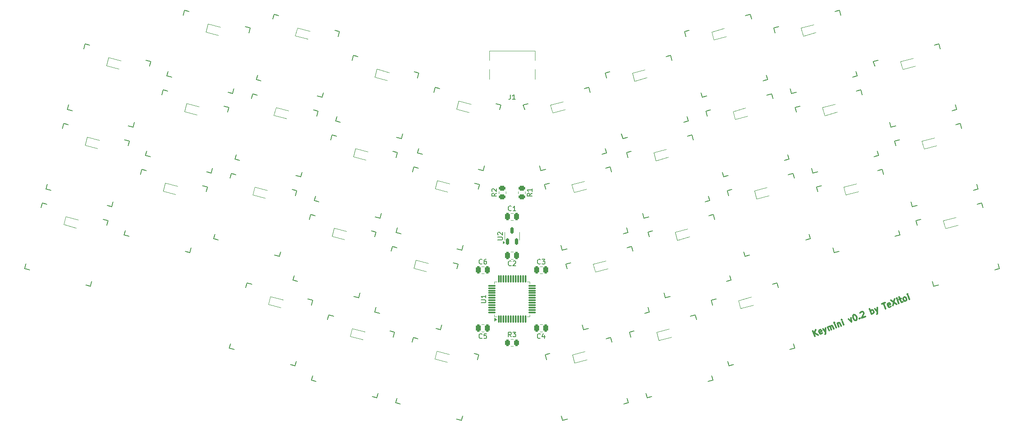
<source format=gto>
G04 #@! TF.GenerationSoftware,KiCad,Pcbnew,8.0.6+1*
G04 #@! TF.CreationDate,2024-12-07T22:08:21+01:00*
G04 #@! TF.ProjectId,keymini,6b65796d-696e-4692-9e6b-696361645f70,rev?*
G04 #@! TF.SameCoordinates,Original*
G04 #@! TF.FileFunction,Legend,Top*
G04 #@! TF.FilePolarity,Positive*
%FSLAX46Y46*%
G04 Gerber Fmt 4.6, Leading zero omitted, Abs format (unit mm)*
G04 Created by KiCad (PCBNEW 8.0.6+1) date 2024-12-07 22:08:21*
%MOMM*%
%LPD*%
G01*
G04 APERTURE LIST*
G04 Aperture macros list*
%AMRoundRect*
0 Rectangle with rounded corners*
0 $1 Rounding radius*
0 $2 $3 $4 $5 $6 $7 $8 $9 X,Y pos of 4 corners*
0 Add a 4 corners polygon primitive as box body*
4,1,4,$2,$3,$4,$5,$6,$7,$8,$9,$2,$3,0*
0 Add four circle primitives for the rounded corners*
1,1,$1+$1,$2,$3*
1,1,$1+$1,$4,$5*
1,1,$1+$1,$6,$7*
1,1,$1+$1,$8,$9*
0 Add four rect primitives between the rounded corners*
20,1,$1+$1,$2,$3,$4,$5,0*
20,1,$1+$1,$4,$5,$6,$7,0*
20,1,$1+$1,$6,$7,$8,$9,0*
20,1,$1+$1,$8,$9,$2,$3,0*%
G04 Aperture macros list end*
%ADD10C,0.300000*%
%ADD11C,0.150000*%
%ADD12C,0.120000*%
%ADD13RoundRect,0.250000X0.250000X0.475000X-0.250000X0.475000X-0.250000X-0.475000X0.250000X-0.475000X0*%
%ADD14C,1.701800*%
%ADD15C,3.429000*%
%ADD16C,2.032000*%
%ADD17RoundRect,0.112500X-0.210228X-0.060138X0.151994X-0.157195X0.210228X0.060138X-0.151994X0.157195X0*%
%ADD18RoundRect,0.112500X-0.151994X-0.157195X0.210228X-0.060138X0.151994X0.157195X-0.210228X0.060138X0*%
%ADD19RoundRect,0.250000X-0.250000X-0.475000X0.250000X-0.475000X0.250000X0.475000X-0.250000X0.475000X0*%
%ADD20RoundRect,0.250000X0.450000X-0.262500X0.450000X0.262500X-0.450000X0.262500X-0.450000X-0.262500X0*%
%ADD21RoundRect,0.075000X0.075000X-0.662500X0.075000X0.662500X-0.075000X0.662500X-0.075000X-0.662500X0*%
%ADD22RoundRect,0.075000X0.662500X-0.075000X0.662500X0.075000X-0.662500X0.075000X-0.662500X-0.075000X0*%
%ADD23RoundRect,0.250000X-0.450000X0.262500X-0.450000X-0.262500X0.450000X-0.262500X0.450000X0.262500X0*%
%ADD24RoundRect,0.250000X-0.262500X-0.450000X0.262500X-0.450000X0.262500X0.450000X-0.262500X0.450000X0*%
%ADD25C,0.650000*%
%ADD26R,0.600000X1.450000*%
%ADD27R,0.300000X1.450000*%
%ADD28O,1.000000X2.100000*%
%ADD29O,1.000000X1.600000*%
%ADD30RoundRect,0.150000X0.150000X-0.512500X0.150000X0.512500X-0.150000X0.512500X-0.150000X-0.512500X0*%
G04 APERTURE END LIST*
D10*
X212390842Y-88672886D02*
X211954160Y-87555162D01*
X213029542Y-88423354D02*
X212300984Y-87971803D01*
X212592860Y-87305629D02*
X212203693Y-88193861D01*
X213913572Y-88016625D02*
X213827917Y-88111438D01*
X213827917Y-88111438D02*
X213615017Y-88194616D01*
X213615017Y-88194616D02*
X213487773Y-88182980D01*
X213487773Y-88182980D02*
X213392959Y-88097324D01*
X213392959Y-88097324D02*
X213226604Y-87671524D01*
X213226604Y-87671524D02*
X213238240Y-87544280D01*
X213238240Y-87544280D02*
X213323896Y-87449466D01*
X213323896Y-87449466D02*
X213536796Y-87366288D01*
X213536796Y-87366288D02*
X213664040Y-87377925D01*
X213664040Y-87377925D02*
X213758854Y-87463580D01*
X213758854Y-87463580D02*
X213800442Y-87570030D01*
X213800442Y-87570030D02*
X213309781Y-87884424D01*
X214069045Y-87158345D02*
X214626291Y-87799523D01*
X214601295Y-86950401D02*
X214626291Y-87799523D01*
X214626291Y-87799523D02*
X214623813Y-88107237D01*
X214623813Y-88107237D02*
X214591383Y-88181256D01*
X214591383Y-88181256D02*
X214505727Y-88276070D01*
X215318217Y-87529196D02*
X215027095Y-86784046D01*
X215068684Y-86890496D02*
X215101115Y-86816476D01*
X215101115Y-86816476D02*
X215186770Y-86721663D01*
X215186770Y-86721663D02*
X215346445Y-86659280D01*
X215346445Y-86659280D02*
X215473690Y-86670916D01*
X215473690Y-86670916D02*
X215568503Y-86756571D01*
X215568503Y-86756571D02*
X215797242Y-87342046D01*
X215568503Y-86756571D02*
X215580140Y-86629327D01*
X215580140Y-86629327D02*
X215665795Y-86534513D01*
X215665795Y-86534513D02*
X215825470Y-86472130D01*
X215825470Y-86472130D02*
X215952715Y-86483766D01*
X215952715Y-86483766D02*
X216047528Y-86569422D01*
X216047528Y-86569422D02*
X216276266Y-87154897D01*
X216808516Y-86946953D02*
X216517395Y-86201803D01*
X216371835Y-85829228D02*
X216339404Y-85903248D01*
X216339404Y-85903248D02*
X216413423Y-85935678D01*
X216413423Y-85935678D02*
X216445854Y-85861659D01*
X216445854Y-85861659D02*
X216371835Y-85829228D01*
X216371835Y-85829228D02*
X216413423Y-85935678D01*
X217049645Y-85993859D02*
X217340767Y-86739009D01*
X217091234Y-86100309D02*
X217123665Y-86026290D01*
X217123665Y-86026290D02*
X217209320Y-85931476D01*
X217209320Y-85931476D02*
X217368995Y-85869093D01*
X217368995Y-85869093D02*
X217496240Y-85880729D01*
X217496240Y-85880729D02*
X217591054Y-85966385D01*
X217591054Y-85966385D02*
X217819792Y-86551860D01*
X218352041Y-86343916D02*
X218060920Y-85598766D01*
X217915359Y-85226191D02*
X217882929Y-85300211D01*
X217882929Y-85300211D02*
X217956948Y-85332641D01*
X217956948Y-85332641D02*
X217989379Y-85258622D01*
X217989379Y-85258622D02*
X217915359Y-85226191D01*
X217915359Y-85226191D02*
X217956948Y-85332641D01*
X219338321Y-85099701D02*
X219895567Y-85740879D01*
X219895567Y-85740879D02*
X219870571Y-84891757D01*
X220363710Y-84269650D02*
X220470160Y-84228061D01*
X220470160Y-84228061D02*
X220597405Y-84239697D01*
X220597405Y-84239697D02*
X220671424Y-84272128D01*
X220671424Y-84272128D02*
X220766238Y-84357783D01*
X220766238Y-84357783D02*
X220902640Y-84549889D01*
X220902640Y-84549889D02*
X221006612Y-84816014D01*
X221006612Y-84816014D02*
X221036565Y-85049708D01*
X221036565Y-85049708D02*
X221024928Y-85176953D01*
X221024928Y-85176953D02*
X220992498Y-85250972D01*
X220992498Y-85250972D02*
X220906842Y-85345786D01*
X220906842Y-85345786D02*
X220800392Y-85387375D01*
X220800392Y-85387375D02*
X220673148Y-85375738D01*
X220673148Y-85375738D02*
X220599128Y-85343308D01*
X220599128Y-85343308D02*
X220504315Y-85257652D01*
X220504315Y-85257652D02*
X220367912Y-85065547D01*
X220367912Y-85065547D02*
X220263940Y-84799422D01*
X220263940Y-84799422D02*
X220233988Y-84565727D01*
X220233988Y-84565727D02*
X220245624Y-84438483D01*
X220245624Y-84438483D02*
X220278055Y-84364463D01*
X220278055Y-84364463D02*
X220363710Y-84269650D01*
X221610403Y-84948215D02*
X221684422Y-84980645D01*
X221684422Y-84980645D02*
X221651992Y-85054665D01*
X221651992Y-85054665D02*
X221577972Y-85022234D01*
X221577972Y-85022234D02*
X221610403Y-84948215D01*
X221610403Y-84948215D02*
X221651992Y-85054665D01*
X221735924Y-83856240D02*
X221768355Y-83782221D01*
X221768355Y-83782221D02*
X221854010Y-83687407D01*
X221854010Y-83687407D02*
X222120135Y-83583435D01*
X222120135Y-83583435D02*
X222247380Y-83595071D01*
X222247380Y-83595071D02*
X222321399Y-83627502D01*
X222321399Y-83627502D02*
X222416213Y-83713158D01*
X222416213Y-83713158D02*
X222457801Y-83819608D01*
X222457801Y-83819608D02*
X222466960Y-84000077D01*
X222466960Y-84000077D02*
X222077792Y-84888309D01*
X222077792Y-84888309D02*
X222769717Y-84617983D01*
X224100342Y-84098123D02*
X223663660Y-82980398D01*
X223830015Y-83406198D02*
X223915671Y-83311384D01*
X223915671Y-83311384D02*
X224128571Y-83228207D01*
X224128571Y-83228207D02*
X224255815Y-83239843D01*
X224255815Y-83239843D02*
X224329835Y-83272274D01*
X224329835Y-83272274D02*
X224424648Y-83357929D01*
X224424648Y-83357929D02*
X224549415Y-83677279D01*
X224549415Y-83677279D02*
X224537778Y-83804524D01*
X224537778Y-83804524D02*
X224505348Y-83878543D01*
X224505348Y-83878543D02*
X224419692Y-83973357D01*
X224419692Y-83973357D02*
X224206792Y-84056534D01*
X224206792Y-84056534D02*
X224079548Y-84044898D01*
X224714045Y-82999469D02*
X225271292Y-83640647D01*
X225246295Y-82791525D02*
X225271292Y-83640647D01*
X225271292Y-83640647D02*
X225268814Y-83948361D01*
X225268814Y-83948361D02*
X225236383Y-84022380D01*
X225236383Y-84022380D02*
X225150727Y-84117194D01*
X226218460Y-81982268D02*
X226857160Y-81732736D01*
X226974492Y-82975227D02*
X226537810Y-81857502D01*
X228071423Y-82485320D02*
X227985767Y-82580133D01*
X227985767Y-82580133D02*
X227772867Y-82663311D01*
X227772867Y-82663311D02*
X227645623Y-82651675D01*
X227645623Y-82651675D02*
X227550809Y-82566019D01*
X227550809Y-82566019D02*
X227384454Y-82140219D01*
X227384454Y-82140219D02*
X227396090Y-82012975D01*
X227396090Y-82012975D02*
X227481746Y-81918161D01*
X227481746Y-81918161D02*
X227694646Y-81834984D01*
X227694646Y-81834984D02*
X227821890Y-81846620D01*
X227821890Y-81846620D02*
X227916704Y-81932275D01*
X227916704Y-81932275D02*
X227958293Y-82038725D01*
X227958293Y-82038725D02*
X227467632Y-82353119D01*
X228081335Y-81254465D02*
X229263167Y-82081069D01*
X228826485Y-80963344D02*
X228518017Y-82372190D01*
X229688967Y-81914714D02*
X229397845Y-81169564D01*
X229252285Y-80796989D02*
X229219854Y-80871008D01*
X229219854Y-80871008D02*
X229293873Y-80903439D01*
X229293873Y-80903439D02*
X229326304Y-80829419D01*
X229326304Y-80829419D02*
X229252285Y-80796989D01*
X229252285Y-80796989D02*
X229293873Y-80903439D01*
X229770421Y-81024003D02*
X230196221Y-80857648D01*
X229784535Y-80589045D02*
X230158834Y-81547095D01*
X230158834Y-81547095D02*
X230253647Y-81632750D01*
X230253647Y-81632750D02*
X230380892Y-81644387D01*
X230380892Y-81644387D02*
X230487342Y-81602798D01*
X231019592Y-81394854D02*
X230892347Y-81383218D01*
X230892347Y-81383218D02*
X230818328Y-81350787D01*
X230818328Y-81350787D02*
X230723514Y-81265132D01*
X230723514Y-81265132D02*
X230598748Y-80945782D01*
X230598748Y-80945782D02*
X230610384Y-80818537D01*
X230610384Y-80818537D02*
X230642815Y-80744518D01*
X230642815Y-80744518D02*
X230728470Y-80649704D01*
X230728470Y-80649704D02*
X230888145Y-80587321D01*
X230888145Y-80587321D02*
X231015390Y-80598957D01*
X231015390Y-80598957D02*
X231089409Y-80631388D01*
X231089409Y-80631388D02*
X231184223Y-80717044D01*
X231184223Y-80717044D02*
X231308989Y-81036394D01*
X231308989Y-81036394D02*
X231297353Y-81163638D01*
X231297353Y-81163638D02*
X231264922Y-81237657D01*
X231264922Y-81237657D02*
X231179267Y-81332471D01*
X231179267Y-81332471D02*
X231019592Y-81394854D01*
X231871191Y-81062144D02*
X231580070Y-80316994D01*
X231434509Y-79944419D02*
X231402079Y-80018439D01*
X231402079Y-80018439D02*
X231476098Y-80050869D01*
X231476098Y-80050869D02*
X231508529Y-79976850D01*
X231508529Y-79976850D02*
X231434509Y-79944419D01*
X231434509Y-79944419D02*
X231476098Y-80050869D01*
D11*
X149833333Y-74039580D02*
X149785714Y-74087200D01*
X149785714Y-74087200D02*
X149642857Y-74134819D01*
X149642857Y-74134819D02*
X149547619Y-74134819D01*
X149547619Y-74134819D02*
X149404762Y-74087200D01*
X149404762Y-74087200D02*
X149309524Y-73991961D01*
X149309524Y-73991961D02*
X149261905Y-73896723D01*
X149261905Y-73896723D02*
X149214286Y-73706247D01*
X149214286Y-73706247D02*
X149214286Y-73563390D01*
X149214286Y-73563390D02*
X149261905Y-73372914D01*
X149261905Y-73372914D02*
X149309524Y-73277676D01*
X149309524Y-73277676D02*
X149404762Y-73182438D01*
X149404762Y-73182438D02*
X149547619Y-73134819D01*
X149547619Y-73134819D02*
X149642857Y-73134819D01*
X149642857Y-73134819D02*
X149785714Y-73182438D01*
X149785714Y-73182438D02*
X149833333Y-73230057D01*
X150214286Y-73230057D02*
X150261905Y-73182438D01*
X150261905Y-73182438D02*
X150357143Y-73134819D01*
X150357143Y-73134819D02*
X150595238Y-73134819D01*
X150595238Y-73134819D02*
X150690476Y-73182438D01*
X150690476Y-73182438D02*
X150738095Y-73230057D01*
X150738095Y-73230057D02*
X150785714Y-73325295D01*
X150785714Y-73325295D02*
X150785714Y-73420533D01*
X150785714Y-73420533D02*
X150738095Y-73563390D01*
X150738095Y-73563390D02*
X150166667Y-74134819D01*
X150166667Y-74134819D02*
X150785714Y-74134819D01*
X155833333Y-89039580D02*
X155785714Y-89087200D01*
X155785714Y-89087200D02*
X155642857Y-89134819D01*
X155642857Y-89134819D02*
X155547619Y-89134819D01*
X155547619Y-89134819D02*
X155404762Y-89087200D01*
X155404762Y-89087200D02*
X155309524Y-88991961D01*
X155309524Y-88991961D02*
X155261905Y-88896723D01*
X155261905Y-88896723D02*
X155214286Y-88706247D01*
X155214286Y-88706247D02*
X155214286Y-88563390D01*
X155214286Y-88563390D02*
X155261905Y-88372914D01*
X155261905Y-88372914D02*
X155309524Y-88277676D01*
X155309524Y-88277676D02*
X155404762Y-88182438D01*
X155404762Y-88182438D02*
X155547619Y-88134819D01*
X155547619Y-88134819D02*
X155642857Y-88134819D01*
X155642857Y-88134819D02*
X155785714Y-88182438D01*
X155785714Y-88182438D02*
X155833333Y-88230057D01*
X156690476Y-88468152D02*
X156690476Y-89134819D01*
X156452381Y-88087200D02*
X156214286Y-88801485D01*
X156214286Y-88801485D02*
X156833333Y-88801485D01*
X149833333Y-62679580D02*
X149785714Y-62727200D01*
X149785714Y-62727200D02*
X149642857Y-62774819D01*
X149642857Y-62774819D02*
X149547619Y-62774819D01*
X149547619Y-62774819D02*
X149404762Y-62727200D01*
X149404762Y-62727200D02*
X149309524Y-62631961D01*
X149309524Y-62631961D02*
X149261905Y-62536723D01*
X149261905Y-62536723D02*
X149214286Y-62346247D01*
X149214286Y-62346247D02*
X149214286Y-62203390D01*
X149214286Y-62203390D02*
X149261905Y-62012914D01*
X149261905Y-62012914D02*
X149309524Y-61917676D01*
X149309524Y-61917676D02*
X149404762Y-61822438D01*
X149404762Y-61822438D02*
X149547619Y-61774819D01*
X149547619Y-61774819D02*
X149642857Y-61774819D01*
X149642857Y-61774819D02*
X149785714Y-61822438D01*
X149785714Y-61822438D02*
X149833333Y-61870057D01*
X150785714Y-62774819D02*
X150214286Y-62774819D01*
X150500000Y-62774819D02*
X150500000Y-61774819D01*
X150500000Y-61774819D02*
X150404762Y-61917676D01*
X150404762Y-61917676D02*
X150309524Y-62012914D01*
X150309524Y-62012914D02*
X150214286Y-62060533D01*
X155833333Y-73679580D02*
X155785714Y-73727200D01*
X155785714Y-73727200D02*
X155642857Y-73774819D01*
X155642857Y-73774819D02*
X155547619Y-73774819D01*
X155547619Y-73774819D02*
X155404762Y-73727200D01*
X155404762Y-73727200D02*
X155309524Y-73631961D01*
X155309524Y-73631961D02*
X155261905Y-73536723D01*
X155261905Y-73536723D02*
X155214286Y-73346247D01*
X155214286Y-73346247D02*
X155214286Y-73203390D01*
X155214286Y-73203390D02*
X155261905Y-73012914D01*
X155261905Y-73012914D02*
X155309524Y-72917676D01*
X155309524Y-72917676D02*
X155404762Y-72822438D01*
X155404762Y-72822438D02*
X155547619Y-72774819D01*
X155547619Y-72774819D02*
X155642857Y-72774819D01*
X155642857Y-72774819D02*
X155785714Y-72822438D01*
X155785714Y-72822438D02*
X155833333Y-72870057D01*
X156166667Y-72774819D02*
X156785714Y-72774819D01*
X156785714Y-72774819D02*
X156452381Y-73155771D01*
X156452381Y-73155771D02*
X156595238Y-73155771D01*
X156595238Y-73155771D02*
X156690476Y-73203390D01*
X156690476Y-73203390D02*
X156738095Y-73251009D01*
X156738095Y-73251009D02*
X156785714Y-73346247D01*
X156785714Y-73346247D02*
X156785714Y-73584342D01*
X156785714Y-73584342D02*
X156738095Y-73679580D01*
X156738095Y-73679580D02*
X156690476Y-73727200D01*
X156690476Y-73727200D02*
X156595238Y-73774819D01*
X156595238Y-73774819D02*
X156309524Y-73774819D01*
X156309524Y-73774819D02*
X156214286Y-73727200D01*
X156214286Y-73727200D02*
X156166667Y-73679580D01*
X146804819Y-59166666D02*
X146328628Y-59499999D01*
X146804819Y-59738094D02*
X145804819Y-59738094D01*
X145804819Y-59738094D02*
X145804819Y-59357142D01*
X145804819Y-59357142D02*
X145852438Y-59261904D01*
X145852438Y-59261904D02*
X145900057Y-59214285D01*
X145900057Y-59214285D02*
X145995295Y-59166666D01*
X145995295Y-59166666D02*
X146138152Y-59166666D01*
X146138152Y-59166666D02*
X146233390Y-59214285D01*
X146233390Y-59214285D02*
X146281009Y-59261904D01*
X146281009Y-59261904D02*
X146328628Y-59357142D01*
X146328628Y-59357142D02*
X146328628Y-59738094D01*
X145900057Y-58785713D02*
X145852438Y-58738094D01*
X145852438Y-58738094D02*
X145804819Y-58642856D01*
X145804819Y-58642856D02*
X145804819Y-58404761D01*
X145804819Y-58404761D02*
X145852438Y-58309523D01*
X145852438Y-58309523D02*
X145900057Y-58261904D01*
X145900057Y-58261904D02*
X145995295Y-58214285D01*
X145995295Y-58214285D02*
X146090533Y-58214285D01*
X146090533Y-58214285D02*
X146233390Y-58261904D01*
X146233390Y-58261904D02*
X146804819Y-58833332D01*
X146804819Y-58833332D02*
X146804819Y-58214285D01*
X143604819Y-81761904D02*
X144414342Y-81761904D01*
X144414342Y-81761904D02*
X144509580Y-81714285D01*
X144509580Y-81714285D02*
X144557200Y-81666666D01*
X144557200Y-81666666D02*
X144604819Y-81571428D01*
X144604819Y-81571428D02*
X144604819Y-81380952D01*
X144604819Y-81380952D02*
X144557200Y-81285714D01*
X144557200Y-81285714D02*
X144509580Y-81238095D01*
X144509580Y-81238095D02*
X144414342Y-81190476D01*
X144414342Y-81190476D02*
X143604819Y-81190476D01*
X144604819Y-80190476D02*
X144604819Y-80761904D01*
X144604819Y-80476190D02*
X143604819Y-80476190D01*
X143604819Y-80476190D02*
X143747676Y-80571428D01*
X143747676Y-80571428D02*
X143842914Y-80666666D01*
X143842914Y-80666666D02*
X143890533Y-80761904D01*
X154104819Y-59166666D02*
X153628628Y-59499999D01*
X154104819Y-59738094D02*
X153104819Y-59738094D01*
X153104819Y-59738094D02*
X153104819Y-59357142D01*
X153104819Y-59357142D02*
X153152438Y-59261904D01*
X153152438Y-59261904D02*
X153200057Y-59214285D01*
X153200057Y-59214285D02*
X153295295Y-59166666D01*
X153295295Y-59166666D02*
X153438152Y-59166666D01*
X153438152Y-59166666D02*
X153533390Y-59214285D01*
X153533390Y-59214285D02*
X153581009Y-59261904D01*
X153581009Y-59261904D02*
X153628628Y-59357142D01*
X153628628Y-59357142D02*
X153628628Y-59738094D01*
X154104819Y-58214285D02*
X154104819Y-58785713D01*
X154104819Y-58499999D02*
X153104819Y-58499999D01*
X153104819Y-58499999D02*
X153247676Y-58595237D01*
X153247676Y-58595237D02*
X153342914Y-58690475D01*
X153342914Y-58690475D02*
X153390533Y-58785713D01*
X149833333Y-88804819D02*
X149500000Y-88328628D01*
X149261905Y-88804819D02*
X149261905Y-87804819D01*
X149261905Y-87804819D02*
X149642857Y-87804819D01*
X149642857Y-87804819D02*
X149738095Y-87852438D01*
X149738095Y-87852438D02*
X149785714Y-87900057D01*
X149785714Y-87900057D02*
X149833333Y-87995295D01*
X149833333Y-87995295D02*
X149833333Y-88138152D01*
X149833333Y-88138152D02*
X149785714Y-88233390D01*
X149785714Y-88233390D02*
X149738095Y-88281009D01*
X149738095Y-88281009D02*
X149642857Y-88328628D01*
X149642857Y-88328628D02*
X149261905Y-88328628D01*
X150166667Y-87804819D02*
X150785714Y-87804819D01*
X150785714Y-87804819D02*
X150452381Y-88185771D01*
X150452381Y-88185771D02*
X150595238Y-88185771D01*
X150595238Y-88185771D02*
X150690476Y-88233390D01*
X150690476Y-88233390D02*
X150738095Y-88281009D01*
X150738095Y-88281009D02*
X150785714Y-88376247D01*
X150785714Y-88376247D02*
X150785714Y-88614342D01*
X150785714Y-88614342D02*
X150738095Y-88709580D01*
X150738095Y-88709580D02*
X150690476Y-88757200D01*
X150690476Y-88757200D02*
X150595238Y-88804819D01*
X150595238Y-88804819D02*
X150309524Y-88804819D01*
X150309524Y-88804819D02*
X150214286Y-88757200D01*
X150214286Y-88757200D02*
X150166667Y-88709580D01*
X143833333Y-73679580D02*
X143785714Y-73727200D01*
X143785714Y-73727200D02*
X143642857Y-73774819D01*
X143642857Y-73774819D02*
X143547619Y-73774819D01*
X143547619Y-73774819D02*
X143404762Y-73727200D01*
X143404762Y-73727200D02*
X143309524Y-73631961D01*
X143309524Y-73631961D02*
X143261905Y-73536723D01*
X143261905Y-73536723D02*
X143214286Y-73346247D01*
X143214286Y-73346247D02*
X143214286Y-73203390D01*
X143214286Y-73203390D02*
X143261905Y-73012914D01*
X143261905Y-73012914D02*
X143309524Y-72917676D01*
X143309524Y-72917676D02*
X143404762Y-72822438D01*
X143404762Y-72822438D02*
X143547619Y-72774819D01*
X143547619Y-72774819D02*
X143642857Y-72774819D01*
X143642857Y-72774819D02*
X143785714Y-72822438D01*
X143785714Y-72822438D02*
X143833333Y-72870057D01*
X144690476Y-72774819D02*
X144500000Y-72774819D01*
X144500000Y-72774819D02*
X144404762Y-72822438D01*
X144404762Y-72822438D02*
X144357143Y-72870057D01*
X144357143Y-72870057D02*
X144261905Y-73012914D01*
X144261905Y-73012914D02*
X144214286Y-73203390D01*
X144214286Y-73203390D02*
X144214286Y-73584342D01*
X144214286Y-73584342D02*
X144261905Y-73679580D01*
X144261905Y-73679580D02*
X144309524Y-73727200D01*
X144309524Y-73727200D02*
X144404762Y-73774819D01*
X144404762Y-73774819D02*
X144595238Y-73774819D01*
X144595238Y-73774819D02*
X144690476Y-73727200D01*
X144690476Y-73727200D02*
X144738095Y-73679580D01*
X144738095Y-73679580D02*
X144785714Y-73584342D01*
X144785714Y-73584342D02*
X144785714Y-73346247D01*
X144785714Y-73346247D02*
X144738095Y-73251009D01*
X144738095Y-73251009D02*
X144690476Y-73203390D01*
X144690476Y-73203390D02*
X144595238Y-73155771D01*
X144595238Y-73155771D02*
X144404762Y-73155771D01*
X144404762Y-73155771D02*
X144309524Y-73203390D01*
X144309524Y-73203390D02*
X144261905Y-73251009D01*
X144261905Y-73251009D02*
X144214286Y-73346247D01*
X143833333Y-89039580D02*
X143785714Y-89087200D01*
X143785714Y-89087200D02*
X143642857Y-89134819D01*
X143642857Y-89134819D02*
X143547619Y-89134819D01*
X143547619Y-89134819D02*
X143404762Y-89087200D01*
X143404762Y-89087200D02*
X143309524Y-88991961D01*
X143309524Y-88991961D02*
X143261905Y-88896723D01*
X143261905Y-88896723D02*
X143214286Y-88706247D01*
X143214286Y-88706247D02*
X143214286Y-88563390D01*
X143214286Y-88563390D02*
X143261905Y-88372914D01*
X143261905Y-88372914D02*
X143309524Y-88277676D01*
X143309524Y-88277676D02*
X143404762Y-88182438D01*
X143404762Y-88182438D02*
X143547619Y-88134819D01*
X143547619Y-88134819D02*
X143642857Y-88134819D01*
X143642857Y-88134819D02*
X143785714Y-88182438D01*
X143785714Y-88182438D02*
X143833333Y-88230057D01*
X144738095Y-88134819D02*
X144261905Y-88134819D01*
X144261905Y-88134819D02*
X144214286Y-88611009D01*
X144214286Y-88611009D02*
X144261905Y-88563390D01*
X144261905Y-88563390D02*
X144357143Y-88515771D01*
X144357143Y-88515771D02*
X144595238Y-88515771D01*
X144595238Y-88515771D02*
X144690476Y-88563390D01*
X144690476Y-88563390D02*
X144738095Y-88611009D01*
X144738095Y-88611009D02*
X144785714Y-88706247D01*
X144785714Y-88706247D02*
X144785714Y-88944342D01*
X144785714Y-88944342D02*
X144738095Y-89039580D01*
X144738095Y-89039580D02*
X144690476Y-89087200D01*
X144690476Y-89087200D02*
X144595238Y-89134819D01*
X144595238Y-89134819D02*
X144357143Y-89134819D01*
X144357143Y-89134819D02*
X144261905Y-89087200D01*
X144261905Y-89087200D02*
X144214286Y-89039580D01*
X149666666Y-38774819D02*
X149666666Y-39489104D01*
X149666666Y-39489104D02*
X149619047Y-39631961D01*
X149619047Y-39631961D02*
X149523809Y-39727200D01*
X149523809Y-39727200D02*
X149380952Y-39774819D01*
X149380952Y-39774819D02*
X149285714Y-39774819D01*
X150666666Y-39774819D02*
X150095238Y-39774819D01*
X150380952Y-39774819D02*
X150380952Y-38774819D01*
X150380952Y-38774819D02*
X150285714Y-38917676D01*
X150285714Y-38917676D02*
X150190476Y-39012914D01*
X150190476Y-39012914D02*
X150095238Y-39060533D01*
X147054819Y-68761904D02*
X147864342Y-68761904D01*
X147864342Y-68761904D02*
X147959580Y-68714285D01*
X147959580Y-68714285D02*
X148007200Y-68666666D01*
X148007200Y-68666666D02*
X148054819Y-68571428D01*
X148054819Y-68571428D02*
X148054819Y-68380952D01*
X148054819Y-68380952D02*
X148007200Y-68285714D01*
X148007200Y-68285714D02*
X147959580Y-68238095D01*
X147959580Y-68238095D02*
X147864342Y-68190476D01*
X147864342Y-68190476D02*
X147054819Y-68190476D01*
X147150057Y-67761904D02*
X147102438Y-67714285D01*
X147102438Y-67714285D02*
X147054819Y-67619047D01*
X147054819Y-67619047D02*
X147054819Y-67380952D01*
X147054819Y-67380952D02*
X147102438Y-67285714D01*
X147102438Y-67285714D02*
X147150057Y-67238095D01*
X147150057Y-67238095D02*
X147245295Y-67190476D01*
X147245295Y-67190476D02*
X147340533Y-67190476D01*
X147340533Y-67190476D02*
X147483390Y-67238095D01*
X147483390Y-67238095D02*
X148054819Y-67809523D01*
X148054819Y-67809523D02*
X148054819Y-67190476D01*
D12*
G04 #@! TO.C,C2*
X150261252Y-71265000D02*
X149738748Y-71265000D01*
X150261252Y-72735000D02*
X149738748Y-72735000D01*
D11*
G04 #@! TO.C,SW1J1*
X224713605Y-32921178D02*
X224454786Y-31955253D01*
X225420712Y-31696433D02*
X224454786Y-31955253D01*
X228078253Y-45478214D02*
X227819433Y-44512288D01*
X228078253Y-45478214D02*
X229044178Y-45219395D01*
X237977747Y-28331786D02*
X237011822Y-28590605D01*
X237977747Y-28331786D02*
X238236567Y-29297712D01*
X240635288Y-42113567D02*
X241601214Y-41854747D01*
X241342395Y-40888822D02*
X241601214Y-41854747D01*
D12*
G04 #@! TO.C,D2A1*
X62012863Y-49190338D02*
X64582226Y-49878797D01*
X62452856Y-47548264D02*
X62012863Y-49190338D01*
X62452856Y-47548264D02*
X65022218Y-48236723D01*
G04 #@! TO.C,D4D1*
X116654863Y-88678338D02*
X119224226Y-89366797D01*
X117094856Y-87036264D02*
X116654863Y-88678338D01*
X117094856Y-87036264D02*
X119664218Y-87724723D01*
D11*
G04 #@! TO.C,SW4F1*
X157085605Y-93489178D02*
X156826786Y-92523253D01*
X157792712Y-92264433D02*
X156826786Y-92523253D01*
X160450253Y-106046214D02*
X160191433Y-105080288D01*
X160450253Y-106046214D02*
X161416178Y-105787395D01*
X170349747Y-88899786D02*
X169383822Y-89158605D01*
X170349747Y-88899786D02*
X170608567Y-89865712D01*
X173007288Y-102681567D02*
X173973214Y-102422747D01*
X173714395Y-101456822D02*
X173973214Y-102422747D01*
G04 #@! TO.C,SW2I1*
X208621605Y-42410178D02*
X208362786Y-41444253D01*
X209328712Y-41185433D02*
X208362786Y-41444253D01*
X211986253Y-54967214D02*
X211727433Y-54001288D01*
X211986253Y-54967214D02*
X212952178Y-54708395D01*
X221885747Y-37820786D02*
X220919822Y-38079605D01*
X221885747Y-37820786D02*
X222144567Y-38786712D01*
X224543288Y-51602567D02*
X225509214Y-51343747D01*
X225250395Y-50377822D02*
X225509214Y-51343747D01*
G04 #@! TO.C,SW3I1*
X213020605Y-58830178D02*
X212761786Y-57864253D01*
X213727712Y-57605433D02*
X212761786Y-57864253D01*
X216385253Y-71387214D02*
X216126433Y-70421288D01*
X216385253Y-71387214D02*
X217351178Y-71128395D01*
X226284747Y-54240786D02*
X225318822Y-54499605D01*
X226284747Y-54240786D02*
X226543567Y-55206712D01*
X228942288Y-68022567D02*
X229908214Y-67763747D01*
X229649395Y-66797822D02*
X229908214Y-67763747D01*
G04 #@! TO.C,SW1G1*
X169447605Y-35306178D02*
X169188786Y-34340253D01*
X170154712Y-34081433D02*
X169188786Y-34340253D01*
X172812253Y-47863214D02*
X172553433Y-46897288D01*
X172812253Y-47863214D02*
X173778178Y-47604395D01*
X182711747Y-30716786D02*
X181745822Y-30975605D01*
X182711747Y-30716786D02*
X182970567Y-31682712D01*
X185369288Y-44498567D02*
X186335214Y-44239747D01*
X186076395Y-43273822D02*
X186335214Y-44239747D01*
D12*
G04 #@! TO.C,D2H1*
X195521863Y-42244662D02*
X195961856Y-43886736D01*
X195521863Y-42244662D02*
X198091226Y-41556203D01*
X195961856Y-43886736D02*
X198531218Y-43198277D01*
D11*
G04 #@! TO.C,SW4E1*
X126026786Y-102422747D02*
X126285605Y-101456822D01*
X126026786Y-102422747D02*
X126992712Y-102681567D01*
X129391433Y-89865712D02*
X129650253Y-88899786D01*
X130616178Y-89158605D02*
X129650253Y-88899786D01*
X138583822Y-105787395D02*
X139549747Y-106046214D01*
X139808567Y-105080288D02*
X139549747Y-106046214D01*
X143173214Y-92523253D02*
X142207288Y-92264433D01*
X143173214Y-92523253D02*
X142914395Y-93489178D01*
D12*
G04 #@! TO.C,D3H1*
X199921863Y-58665662D02*
X200361856Y-60307736D01*
X199921863Y-58665662D02*
X202491226Y-57977203D01*
X200361856Y-60307736D02*
X202931218Y-59619277D01*
G04 #@! TO.C,D4E1*
X134041863Y-93337338D02*
X136611226Y-94025797D01*
X134481856Y-91695264D02*
X134041863Y-93337338D01*
X134481856Y-91695264D02*
X137051218Y-92383723D01*
D11*
G04 #@! TO.C,SW3G1*
X178247605Y-68148178D02*
X177988786Y-67182253D01*
X178954712Y-66923433D02*
X177988786Y-67182253D01*
X181612253Y-80705214D02*
X181353433Y-79739288D01*
X181612253Y-80705214D02*
X182578178Y-80446395D01*
X191511747Y-63558786D02*
X190545822Y-63817605D01*
X191511747Y-63558786D02*
X191770567Y-64524712D01*
X194169288Y-77340567D02*
X195135214Y-77081747D01*
X194876395Y-76115822D02*
X195135214Y-77081747D01*
G04 #@! TO.C,SW3C1*
X88512786Y-68558747D02*
X88771605Y-67592822D01*
X88512786Y-68558747D02*
X89478712Y-68817567D01*
X91877433Y-56001712D02*
X92136253Y-55035786D01*
X93102178Y-55294605D02*
X92136253Y-55035786D01*
X101069822Y-71923395D02*
X102035747Y-72182214D01*
X102294567Y-71216288D02*
X102035747Y-72182214D01*
X105659214Y-58659253D02*
X104693288Y-58400433D01*
X105659214Y-58659253D02*
X105400395Y-59625178D01*
D12*
G04 #@! TO.C,C4*
X156261252Y-86265000D02*
X155738748Y-86265000D01*
X156261252Y-87735000D02*
X155738748Y-87735000D01*
G04 #@! TO.C,C1*
X149738748Y-63265000D02*
X150261252Y-63265000D01*
X149738748Y-64735000D02*
X150261252Y-64735000D01*
G04 #@! TO.C,D4G1*
X179794863Y-87869662D02*
X180234856Y-89511736D01*
X179794863Y-87869662D02*
X182364226Y-87181203D01*
X180234856Y-89511736D02*
X182804218Y-88823277D01*
G04 #@! TO.C,C3*
X155738748Y-74265000D02*
X156261252Y-74265000D01*
X155738748Y-75735000D02*
X156261252Y-75735000D01*
G04 #@! TO.C,D2G1*
X179170863Y-50766662D02*
X179610856Y-52408736D01*
X179170863Y-50766662D02*
X181740226Y-50078203D01*
X179610856Y-52408736D02*
X182180218Y-51720277D01*
G04 #@! TO.C,D1I1*
X209543863Y-25028662D02*
X209983856Y-26670736D01*
X209543863Y-25028662D02*
X212113226Y-24340203D01*
X209983856Y-26670736D02*
X212553218Y-25982277D01*
D11*
G04 #@! TO.C,SW4D1*
X108640786Y-97763747D02*
X108899605Y-96797822D01*
X108640786Y-97763747D02*
X109606712Y-98022567D01*
X112005433Y-85206712D02*
X112264253Y-84240786D01*
X113230178Y-84499605D02*
X112264253Y-84240786D01*
X121197822Y-101128395D02*
X122163747Y-101387214D01*
X122422567Y-100421288D02*
X122163747Y-101387214D01*
X125787214Y-87864253D02*
X124821288Y-87605433D01*
X125787214Y-87864253D02*
X125528395Y-88830178D01*
G04 #@! TO.C,SW4C1*
X91771786Y-91172747D02*
X92030605Y-90206822D01*
X91771786Y-91172747D02*
X92737712Y-91431567D01*
X95136433Y-78615712D02*
X95395253Y-77649786D01*
X96361178Y-77908605D02*
X95395253Y-77649786D01*
X104328822Y-94537395D02*
X105294747Y-94796214D01*
X105553567Y-93830288D02*
X105294747Y-94796214D01*
X108918214Y-81273253D02*
X107952288Y-81014433D01*
X108918214Y-81273253D02*
X108659395Y-82239178D01*
D12*
G04 #@! TO.C,D2B1*
X82505863Y-42258338D02*
X85075226Y-42946797D01*
X82945856Y-40616264D02*
X82505863Y-42258338D01*
X82945856Y-40616264D02*
X85515218Y-41304723D01*
G04 #@! TO.C,R2*
X147265000Y-59227064D02*
X147265000Y-58772936D01*
X148735000Y-59227064D02*
X148735000Y-58772936D01*
G04 #@! TO.C,U1*
X146390000Y-77390000D02*
X146840000Y-77390000D01*
X146390000Y-77840000D02*
X146390000Y-77390000D01*
X146390000Y-84160000D02*
X146390000Y-84610000D01*
X146390000Y-84610000D02*
X146840000Y-84610000D01*
X153610000Y-77390000D02*
X153160000Y-77390000D01*
X153610000Y-77840000D02*
X153610000Y-77390000D01*
X153610000Y-84160000D02*
X153610000Y-84610000D01*
X153610000Y-84610000D02*
X153160000Y-84610000D01*
X146840000Y-85200000D02*
X146370000Y-85540000D01*
X146370000Y-84860000D01*
X146840000Y-85200000D01*
G36*
X146840000Y-85200000D02*
G01*
X146370000Y-85540000D01*
X146370000Y-84860000D01*
X146840000Y-85200000D01*
G37*
D11*
G04 #@! TO.C,SW2F1*
X156978605Y-58318178D02*
X156719786Y-57352253D01*
X157685712Y-57093433D02*
X156719786Y-57352253D01*
X160343253Y-70875214D02*
X160084433Y-69909288D01*
X160343253Y-70875214D02*
X161309178Y-70616395D01*
X170242747Y-53728786D02*
X169276822Y-53987605D01*
X170242747Y-53728786D02*
X170501567Y-54694712D01*
X172900288Y-67510567D02*
X173866214Y-67251747D01*
X173607395Y-66285822D02*
X173866214Y-67251747D01*
G04 #@! TO.C,SW4G1*
X174471605Y-88830178D02*
X174212786Y-87864253D01*
X175178712Y-87605433D02*
X174212786Y-87864253D01*
X177836253Y-101387214D02*
X177577433Y-100421288D01*
X177836253Y-101387214D02*
X178802178Y-101128395D01*
X187735747Y-84240786D02*
X186769822Y-84499605D01*
X187735747Y-84240786D02*
X187994567Y-85206712D01*
X190393288Y-98022567D02*
X191359214Y-97763747D01*
X191100395Y-96797822D02*
X191359214Y-97763747D01*
D12*
G04 #@! TO.C,D2F1*
X162301863Y-57357662D02*
X162741856Y-58999736D01*
X162301863Y-57357662D02*
X164871226Y-56669203D01*
X162741856Y-58999736D02*
X165311218Y-58311277D01*
D11*
G04 #@! TO.C,SW2G1*
X173847605Y-51727178D02*
X173588786Y-50761253D01*
X174554712Y-50502433D02*
X173588786Y-50761253D01*
X177212253Y-64284214D02*
X176953433Y-63318288D01*
X177212253Y-64284214D02*
X178178178Y-64025395D01*
X187111747Y-47137786D02*
X186145822Y-47396605D01*
X187111747Y-47137786D02*
X187370567Y-48103712D01*
X189769288Y-60919567D02*
X190735214Y-60660747D01*
X190476395Y-59694822D02*
X190735214Y-60660747D01*
D12*
G04 #@! TO.C,D3C1*
X96527863Y-59474338D02*
X99097226Y-60162797D01*
X96967856Y-57832264D02*
X96527863Y-59474338D01*
X96967856Y-57832264D02*
X99537218Y-58520723D01*
G04 #@! TO.C,D3B1*
X78105863Y-58679338D02*
X80675226Y-59367797D01*
X78545856Y-57037264D02*
X78105863Y-58679338D01*
X78545856Y-57037264D02*
X81115218Y-57725723D01*
G04 #@! TO.C,D1A1*
X66412863Y-32769338D02*
X68982226Y-33457797D01*
X66852856Y-31127264D02*
X66412863Y-32769338D01*
X66852856Y-31127264D02*
X69422218Y-31815723D01*
D11*
G04 #@! TO.C,SW1H1*
X185799605Y-26784178D02*
X185540786Y-25818253D01*
X186506712Y-25559433D02*
X185540786Y-25818253D01*
X189164253Y-39341214D02*
X188905433Y-38375288D01*
X189164253Y-39341214D02*
X190130178Y-39082395D01*
X199063747Y-22194786D02*
X198097822Y-22453605D01*
X199063747Y-22194786D02*
X199322567Y-23160712D01*
X201721288Y-35976567D02*
X202687214Y-35717747D01*
X202428395Y-34751822D02*
X202687214Y-35717747D01*
G04 #@! TO.C,SW3A1*
X49598786Y-74696747D02*
X49857605Y-73730822D01*
X49598786Y-74696747D02*
X50564712Y-74955567D01*
X52963433Y-62139712D02*
X53222253Y-61173786D01*
X54188178Y-61432605D02*
X53222253Y-61173786D01*
X62155822Y-78061395D02*
X63121747Y-78320214D01*
X63380567Y-77354288D02*
X63121747Y-78320214D01*
X66745214Y-64797253D02*
X65779288Y-64538433D01*
X66745214Y-64797253D02*
X66486395Y-65763178D01*
G04 #@! TO.C,SW3F1*
X161378605Y-74738178D02*
X161119786Y-73772253D01*
X162085712Y-73513433D02*
X161119786Y-73772253D01*
X164743253Y-87295214D02*
X164484433Y-86329288D01*
X164743253Y-87295214D02*
X165709178Y-87036395D01*
X174642747Y-70148786D02*
X173676822Y-70407605D01*
X174642747Y-70148786D02*
X174901567Y-71114712D01*
X177300288Y-83930567D02*
X178266214Y-83671747D01*
X178007395Y-82705822D02*
X178266214Y-83671747D01*
D12*
G04 #@! TO.C,D4C1*
X99785863Y-82087338D02*
X102355226Y-82775797D01*
X100225856Y-80445264D02*
X99785863Y-82087338D01*
X100225856Y-80445264D02*
X102795218Y-81133723D01*
D11*
G04 #@! TO.C,SW2E1*
X126133786Y-67251747D02*
X126392605Y-66285822D01*
X126133786Y-67251747D02*
X127099712Y-67510567D01*
X129498433Y-54694712D02*
X129757253Y-53728786D01*
X130723178Y-53987605D02*
X129757253Y-53728786D01*
X138690822Y-70616395D02*
X139656747Y-70875214D01*
X139915567Y-69909288D02*
X139656747Y-70875214D01*
X143280214Y-57352253D02*
X142314288Y-57093433D01*
X143280214Y-57352253D02*
X143021395Y-58318178D01*
D12*
G04 #@! TO.C,R1*
X151265000Y-58772936D02*
X151265000Y-59227064D01*
X152735000Y-58772936D02*
X152735000Y-59227064D01*
G04 #@! TO.C,R3*
X149772936Y-89265000D02*
X150227064Y-89265000D01*
X149772936Y-90735000D02*
X150227064Y-90735000D01*
G04 #@! TO.C,D1B1*
X86905863Y-25837338D02*
X89475226Y-26525797D01*
X87345856Y-24195264D02*
X86905863Y-25837338D01*
X87345856Y-24195264D02*
X89915218Y-24883723D01*
G04 #@! TO.C,D1C1*
X105327863Y-26632338D02*
X107897226Y-27320797D01*
X105767856Y-24990264D02*
X105327863Y-26632338D01*
X105767856Y-24990264D02*
X108337218Y-25678723D01*
D11*
G04 #@! TO.C,SW3D1*
X104864786Y-77081747D02*
X105123605Y-76115822D01*
X104864786Y-77081747D02*
X105830712Y-77340567D01*
X108229433Y-64524712D02*
X108488253Y-63558786D01*
X109454178Y-63817605D02*
X108488253Y-63558786D01*
X117421822Y-80446395D02*
X118387747Y-80705214D01*
X118646567Y-79739288D02*
X118387747Y-80705214D01*
X122011214Y-67182253D02*
X121045288Y-66923433D01*
X122011214Y-67182253D02*
X121752395Y-68148178D01*
G04 #@! TO.C,SW3J1*
X233513605Y-65763178D02*
X233254786Y-64797253D01*
X234220712Y-64538433D02*
X233254786Y-64797253D01*
X236878253Y-78320214D02*
X236619433Y-77354288D01*
X236878253Y-78320214D02*
X237844178Y-78061395D01*
X246777747Y-61173786D02*
X245811822Y-61432605D01*
X246777747Y-61173786D02*
X247036567Y-62139712D01*
X249435288Y-74955567D02*
X250401214Y-74696747D01*
X250142395Y-73730822D02*
X250401214Y-74696747D01*
G04 #@! TO.C,SW3B1*
X70091786Y-67763747D02*
X70350605Y-66797822D01*
X70091786Y-67763747D02*
X71057712Y-68022567D01*
X73456433Y-55206712D02*
X73715253Y-54240786D01*
X74681178Y-54499605D02*
X73715253Y-54240786D01*
X82648822Y-71128395D02*
X83614747Y-71387214D01*
X83873567Y-70421288D02*
X83614747Y-71387214D01*
X87238214Y-57864253D02*
X86272288Y-57605433D01*
X87238214Y-57864253D02*
X86979395Y-58830178D01*
G04 #@! TO.C,SW1F1*
X152578605Y-41897178D02*
X152319786Y-40931253D01*
X153285712Y-40672433D02*
X152319786Y-40931253D01*
X155943253Y-54454214D02*
X155684433Y-53488288D01*
X155943253Y-54454214D02*
X156909178Y-54195395D01*
X165842747Y-37307786D02*
X164876822Y-37566605D01*
X165842747Y-37307786D02*
X166101567Y-38273712D01*
X168500288Y-51089567D02*
X169466214Y-50830747D01*
X169207395Y-49864822D02*
X169466214Y-50830747D01*
G04 #@! TO.C,SW2D1*
X109264786Y-60660747D02*
X109523605Y-59694822D01*
X109264786Y-60660747D02*
X110230712Y-60919567D01*
X112629433Y-48103712D02*
X112888253Y-47137786D01*
X113854178Y-47396605D02*
X112888253Y-47137786D01*
X121821822Y-64025395D02*
X122787747Y-64284214D01*
X123046567Y-63318288D02*
X122787747Y-64284214D01*
X126411214Y-50761253D02*
X125445288Y-50502433D01*
X126411214Y-50761253D02*
X126152395Y-51727178D01*
D12*
G04 #@! TO.C,C6*
X143738748Y-74265000D02*
X144261252Y-74265000D01*
X143738748Y-75735000D02*
X144261252Y-75735000D01*
D11*
G04 #@! TO.C,SW4H1*
X191340605Y-82239178D02*
X191081786Y-81273253D01*
X192047712Y-81014433D02*
X191081786Y-81273253D01*
X194705253Y-94796214D02*
X194446433Y-93830288D01*
X194705253Y-94796214D02*
X195671178Y-94537395D01*
X204604747Y-77649786D02*
X203638822Y-77908605D01*
X204604747Y-77649786D02*
X204863567Y-78615712D01*
X207262288Y-91431567D02*
X208228214Y-91172747D01*
X207969395Y-90206822D02*
X208228214Y-91172747D01*
D12*
G04 #@! TO.C,D1J1*
X230036863Y-31960662D02*
X230476856Y-33602736D01*
X230036863Y-31960662D02*
X232606226Y-31272203D01*
X230476856Y-33602736D02*
X233046218Y-32914277D01*
G04 #@! TO.C,D3E1*
X129747863Y-74587338D02*
X132317226Y-75275797D01*
X130187856Y-72945264D02*
X129747863Y-74587338D01*
X130187856Y-72945264D02*
X132757218Y-73633723D01*
G04 #@! TO.C,D3D1*
X112878863Y-67996338D02*
X115448226Y-68684797D01*
X113318856Y-66354264D02*
X112878863Y-67996338D01*
X113318856Y-66354264D02*
X115888218Y-67042723D01*
G04 #@! TO.C,D2E1*
X134147863Y-58166338D02*
X136717226Y-58854797D01*
X134587856Y-56524264D02*
X134147863Y-58166338D01*
X134587856Y-56524264D02*
X137157218Y-57212723D01*
G04 #@! TO.C,D1E1*
X138547863Y-41745338D02*
X141117226Y-42433797D01*
X138987856Y-40103264D02*
X138547863Y-41745338D01*
X138987856Y-40103264D02*
X141557218Y-40791723D01*
G04 #@! TO.C,D2I1*
X213943863Y-41449662D02*
X214383856Y-43091736D01*
X213943863Y-41449662D02*
X216513226Y-40761203D01*
X214383856Y-43091736D02*
X216953218Y-42403277D01*
G04 #@! TO.C,D1F1*
X157901863Y-40936662D02*
X158341856Y-42578736D01*
X157901863Y-40936662D02*
X160471226Y-40248203D01*
X158341856Y-42578736D02*
X160911218Y-41890277D01*
D11*
G04 #@! TO.C,SW2B1*
X74490786Y-51343747D02*
X74749605Y-50377822D01*
X74490786Y-51343747D02*
X75456712Y-51602567D01*
X77855433Y-38786712D02*
X78114253Y-37820786D01*
X79080178Y-38079605D02*
X78114253Y-37820786D01*
X87047822Y-54708395D02*
X88013747Y-54967214D01*
X88272567Y-54001288D02*
X88013747Y-54967214D01*
X91637214Y-41444253D02*
X90671288Y-41185433D01*
X91637214Y-41444253D02*
X91378395Y-42410178D01*
D12*
G04 #@! TO.C,D1H1*
X191121863Y-25823662D02*
X191561856Y-27465736D01*
X191121863Y-25823662D02*
X193691226Y-25135203D01*
X191561856Y-27465736D02*
X194131218Y-26777277D01*
D11*
G04 #@! TO.C,SW1E1*
X130533786Y-50830747D02*
X130792605Y-49864822D01*
X130533786Y-50830747D02*
X131499712Y-51089567D01*
X133898433Y-38273712D02*
X134157253Y-37307786D01*
X135123178Y-37566605D02*
X134157253Y-37307786D01*
X143090822Y-54195395D02*
X144056747Y-54454214D01*
X144315567Y-53488288D02*
X144056747Y-54454214D01*
X147680214Y-40931253D02*
X146714288Y-40672433D01*
X147680214Y-40931253D02*
X147421395Y-41897178D01*
D12*
G04 #@! TO.C,D3I1*
X218343863Y-57870662D02*
X218783856Y-59512736D01*
X218343863Y-57870662D02*
X220913226Y-57182203D01*
X218783856Y-59512736D02*
X221353218Y-58824277D01*
G04 #@! TO.C,D3J1*
X238836863Y-64802662D02*
X239276856Y-66444736D01*
X238836863Y-64802662D02*
X241406226Y-64114203D01*
X239276856Y-66444736D02*
X241846218Y-65756277D01*
G04 #@! TO.C,C5*
X144261252Y-86265000D02*
X143738748Y-86265000D01*
X144261252Y-87735000D02*
X143738748Y-87735000D01*
G04 #@! TO.C,D2C1*
X100927863Y-43053338D02*
X103497226Y-43741797D01*
X101367856Y-41411264D02*
X100927863Y-43053338D01*
X101367856Y-41411264D02*
X103937218Y-42099723D01*
G04 #@! TO.C,J1*
X145300000Y-31675000D02*
X145300000Y-29775000D01*
X145300000Y-35575000D02*
X145300000Y-33575000D01*
X154700000Y-29775000D02*
X145300000Y-29775000D01*
X154700000Y-31675000D02*
X154700000Y-29775000D01*
X154700000Y-35575000D02*
X154700000Y-33575000D01*
G04 #@! TO.C,D3F1*
X166701863Y-73778662D02*
X167141856Y-75420736D01*
X166701863Y-73778662D02*
X169271226Y-73090203D01*
X167141856Y-75420736D02*
X169711218Y-74732277D01*
D11*
G04 #@! TO.C,SW3H1*
X194599605Y-59625178D02*
X194340786Y-58659253D01*
X195306712Y-58400433D02*
X194340786Y-58659253D01*
X197964253Y-72182214D02*
X197705433Y-71216288D01*
X197964253Y-72182214D02*
X198930178Y-71923395D01*
X207863747Y-55035786D02*
X206897822Y-55294605D01*
X207863747Y-55035786D02*
X208122567Y-56001712D01*
X210521288Y-68817567D02*
X211487214Y-68558747D01*
X211228395Y-67592822D02*
X211487214Y-68558747D01*
G04 #@! TO.C,SW2J1*
X229113605Y-49342178D02*
X228854786Y-48376253D01*
X229820712Y-48117433D02*
X228854786Y-48376253D01*
X232478253Y-61899214D02*
X232219433Y-60933288D01*
X232478253Y-61899214D02*
X233444178Y-61640395D01*
X242377747Y-44752786D02*
X241411822Y-45011605D01*
X242377747Y-44752786D02*
X242636567Y-45718712D01*
X245035288Y-58534567D02*
X246001214Y-58275747D01*
X245742395Y-57309822D02*
X246001214Y-58275747D01*
D12*
G04 #@! TO.C,D2D1*
X117278863Y-51575338D02*
X119848226Y-52263797D01*
X117718856Y-49933264D02*
X117278863Y-51575338D01*
X117718856Y-49933264D02*
X120288218Y-50621723D01*
G04 #@! TO.C,D3G1*
X183570863Y-67187662D02*
X184010856Y-68829736D01*
X183570863Y-67187662D02*
X186140226Y-66499203D01*
X184010856Y-68829736D02*
X186580218Y-68141277D01*
D11*
G04 #@! TO.C,SW1B1*
X78890786Y-34922747D02*
X79149605Y-33956822D01*
X78890786Y-34922747D02*
X79856712Y-35181567D01*
X82255433Y-22365712D02*
X82514253Y-21399786D01*
X83480178Y-21658605D02*
X82514253Y-21399786D01*
X91447822Y-38287395D02*
X92413747Y-38546214D01*
X92672567Y-37580288D02*
X92413747Y-38546214D01*
X96037214Y-25023253D02*
X95071288Y-24764433D01*
X96037214Y-25023253D02*
X95778395Y-25989178D01*
G04 #@! TO.C,SW1D1*
X113664786Y-44239747D02*
X113923605Y-43273822D01*
X113664786Y-44239747D02*
X114630712Y-44498567D01*
X117029433Y-31682712D02*
X117288253Y-30716786D01*
X118254178Y-30975605D02*
X117288253Y-30716786D01*
X126221822Y-47604395D02*
X127187747Y-47863214D01*
X127446567Y-46897288D02*
X127187747Y-47863214D01*
X130811214Y-34340253D02*
X129845288Y-34081433D01*
X130811214Y-34340253D02*
X130552395Y-35306178D01*
D12*
G04 #@! TO.C,U2*
X148440000Y-68000000D02*
X148440000Y-67200000D01*
X148440000Y-68000000D02*
X148440000Y-68800000D01*
X151560000Y-68000000D02*
X151560000Y-67200000D01*
X151560000Y-68000000D02*
X151560000Y-68800000D01*
X148490000Y-69300000D02*
X148160000Y-69540000D01*
X148160000Y-69060000D01*
X148490000Y-69300000D01*
G36*
X148490000Y-69300000D02*
G01*
X148160000Y-69540000D01*
X148160000Y-69060000D01*
X148490000Y-69300000D01*
G37*
D11*
G04 #@! TO.C,SW2A1*
X53998786Y-58275747D02*
X54257605Y-57309822D01*
X53998786Y-58275747D02*
X54964712Y-58534567D01*
X57363433Y-45718712D02*
X57622253Y-44752786D01*
X58588178Y-45011605D02*
X57622253Y-44752786D01*
X66555822Y-61640395D02*
X67521747Y-61899214D01*
X67780567Y-60933288D02*
X67521747Y-61899214D01*
X71145214Y-48376253D02*
X70179288Y-48117433D01*
X71145214Y-48376253D02*
X70886395Y-49342178D01*
G04 #@! TO.C,SW1A1*
X58398786Y-41854747D02*
X58657605Y-40888822D01*
X58398786Y-41854747D02*
X59364712Y-42113567D01*
X61763433Y-29297712D02*
X62022253Y-28331786D01*
X62988178Y-28590605D02*
X62022253Y-28331786D01*
X70955822Y-45219395D02*
X71921747Y-45478214D01*
X72180567Y-44512288D02*
X71921747Y-45478214D01*
X75545214Y-31955253D02*
X74579288Y-31696433D01*
X75545214Y-31955253D02*
X75286395Y-32921178D01*
D12*
G04 #@! TO.C,D3A1*
X57612863Y-65611338D02*
X60182226Y-66299797D01*
X58052856Y-63969264D02*
X57612863Y-65611338D01*
X58052856Y-63969264D02*
X60622218Y-64657723D01*
G04 #@! TO.C,D4H1*
X196663863Y-81278662D02*
X197103856Y-82920736D01*
X196663863Y-81278662D02*
X199233226Y-80590203D01*
X197103856Y-82920736D02*
X199673218Y-82232277D01*
D11*
G04 #@! TO.C,SW3E1*
X121733786Y-83671747D02*
X121992605Y-82705822D01*
X121733786Y-83671747D02*
X122699712Y-83930567D01*
X125098433Y-71114712D02*
X125357253Y-70148786D01*
X126323178Y-70407605D02*
X125357253Y-70148786D01*
X134290822Y-87036395D02*
X135256747Y-87295214D01*
X135515567Y-86329288D02*
X135256747Y-87295214D01*
X138880214Y-73772253D02*
X137914288Y-73513433D01*
X138880214Y-73772253D02*
X138621395Y-74738178D01*
D12*
G04 #@! TO.C,D2J1*
X234436863Y-48381662D02*
X234876856Y-50023736D01*
X234436863Y-48381662D02*
X237006226Y-47693203D01*
X234876856Y-50023736D02*
X237446218Y-49335277D01*
G04 #@! TO.C,D1D1*
X121678863Y-35155338D02*
X124248226Y-35843797D01*
X122118856Y-33513264D02*
X121678863Y-35155338D01*
X122118856Y-33513264D02*
X124688218Y-34201723D01*
G04 #@! TO.C,D4F1*
X162407863Y-92528662D02*
X162847856Y-94170736D01*
X162407863Y-92528662D02*
X164977226Y-91840203D01*
X162847856Y-94170736D02*
X165417218Y-93482277D01*
D11*
G04 #@! TO.C,SW2C1*
X92912786Y-52138747D02*
X93171605Y-51172822D01*
X92912786Y-52138747D02*
X93878712Y-52397567D01*
X96277433Y-39581712D02*
X96536253Y-38615786D01*
X97502178Y-38874605D02*
X96536253Y-38615786D01*
X105469822Y-55503395D02*
X106435747Y-55762214D01*
X106694567Y-54796288D02*
X106435747Y-55762214D01*
X110059214Y-42239253D02*
X109093288Y-41980433D01*
X110059214Y-42239253D02*
X109800395Y-43205178D01*
G04 #@! TO.C,SW1C1*
X97312786Y-35717747D02*
X97571605Y-34751822D01*
X97312786Y-35717747D02*
X98278712Y-35976567D01*
X100677433Y-23160712D02*
X100936253Y-22194786D01*
X101902178Y-22453605D02*
X100936253Y-22194786D01*
X109869822Y-39082395D02*
X110835747Y-39341214D01*
X111094567Y-38375288D02*
X110835747Y-39341214D01*
X114459214Y-25818253D02*
X113493288Y-25559433D01*
X114459214Y-25818253D02*
X114200395Y-26784178D01*
G04 #@! TO.C,SW2H1*
X190199605Y-43205178D02*
X189940786Y-42239253D01*
X190906712Y-41980433D02*
X189940786Y-42239253D01*
X193564253Y-55762214D02*
X193305433Y-54796288D01*
X193564253Y-55762214D02*
X194530178Y-55503395D01*
X203463747Y-38615786D02*
X202497822Y-38874605D01*
X203463747Y-38615786D02*
X203722567Y-39581712D01*
X206121288Y-52397567D02*
X207087214Y-52138747D01*
X206828395Y-51172822D02*
X207087214Y-52138747D01*
D12*
G04 #@! TO.C,D1G1*
X174770863Y-34346662D02*
X175210856Y-35988736D01*
X174770863Y-34346662D02*
X177340226Y-33658203D01*
X175210856Y-35988736D02*
X177780218Y-35300277D01*
D11*
G04 #@! TO.C,SW1I1*
X204221605Y-25989178D02*
X203962786Y-25023253D01*
X204928712Y-24764433D02*
X203962786Y-25023253D01*
X207586253Y-38546214D02*
X207327433Y-37580288D01*
X207586253Y-38546214D02*
X208552178Y-38287395D01*
X217485747Y-21399786D02*
X216519822Y-21658605D01*
X217485747Y-21399786D02*
X217744567Y-22365712D01*
X220143288Y-35181567D02*
X221109214Y-34922747D01*
X220850395Y-33956822D02*
X221109214Y-34922747D01*
G04 #@! TD*
%LPC*%
D13*
G04 #@! TO.C,C2*
X150950000Y-72000000D03*
X149050000Y-72000000D03*
G04 #@! TD*
D14*
G04 #@! TO.C,SW1J1*
X227715408Y-38328505D03*
D15*
X233028000Y-36905000D03*
D14*
X238340592Y-35481495D03*
D16*
X234555032Y-42603962D03*
X229181883Y-41869613D03*
G04 #@! TD*
D17*
G04 #@! TO.C,D2A1*
X62773778Y-48514240D03*
X64802222Y-49057760D03*
G04 #@! TD*
G04 #@! TO.C,D4D1*
X117415778Y-88002240D03*
X119444222Y-88545760D03*
G04 #@! TD*
D14*
G04 #@! TO.C,SW4F1*
X160087408Y-98896505D03*
D15*
X165400000Y-97473000D03*
D14*
X170712592Y-96049495D03*
D16*
X166927032Y-103171962D03*
X161553883Y-102437613D03*
G04 #@! TD*
D14*
G04 #@! TO.C,SW2I1*
X211623408Y-47817505D03*
D15*
X216936000Y-46394000D03*
D14*
X222248592Y-44970495D03*
D16*
X218463032Y-52092962D03*
X213089883Y-51358613D03*
G04 #@! TD*
D14*
G04 #@! TO.C,SW3I1*
X216022408Y-64237505D03*
D15*
X221335000Y-62814000D03*
D14*
X226647592Y-61390495D03*
D16*
X222862032Y-68512962D03*
X217488883Y-67778613D03*
G04 #@! TD*
D14*
G04 #@! TO.C,SW1G1*
X172449408Y-40713505D03*
D15*
X177762000Y-39290000D03*
D14*
X183074592Y-37866495D03*
D16*
X179289032Y-44988962D03*
X173915883Y-44254613D03*
G04 #@! TD*
D18*
G04 #@! TO.C,D2H1*
X196282778Y-42920760D03*
X198311222Y-42377240D03*
G04 #@! TD*
D14*
G04 #@! TO.C,SW4E1*
X129287408Y-96049495D03*
D15*
X134600000Y-97473000D03*
D14*
X139912592Y-98896505D03*
D16*
X133072968Y-103171962D03*
X128786858Y-99849423D03*
G04 #@! TD*
D18*
G04 #@! TO.C,D3H1*
X200682778Y-59341760D03*
X202711222Y-58798240D03*
G04 #@! TD*
D17*
G04 #@! TO.C,D4E1*
X134802778Y-92661240D03*
X136831222Y-93204760D03*
G04 #@! TD*
D14*
G04 #@! TO.C,SW3G1*
X181249408Y-73555505D03*
D15*
X186562000Y-72132000D03*
D14*
X191874592Y-70708495D03*
D16*
X188089032Y-77830962D03*
X182715883Y-77096613D03*
G04 #@! TD*
D14*
G04 #@! TO.C,SW3C1*
X91773408Y-62185495D03*
D15*
X97086000Y-63609000D03*
D14*
X102398592Y-65032505D03*
D16*
X95558968Y-69307962D03*
X91272858Y-65985423D03*
G04 #@! TD*
D13*
G04 #@! TO.C,C4*
X156950000Y-87000000D03*
X155050000Y-87000000D03*
G04 #@! TD*
D19*
G04 #@! TO.C,C1*
X149050000Y-64000000D03*
X150950000Y-64000000D03*
G04 #@! TD*
D18*
G04 #@! TO.C,D4G1*
X180555778Y-88545760D03*
X182584222Y-88002240D03*
G04 #@! TD*
D19*
G04 #@! TO.C,C3*
X155050000Y-75000000D03*
X156950000Y-75000000D03*
G04 #@! TD*
D18*
G04 #@! TO.C,D2G1*
X179931778Y-51442760D03*
X181960222Y-50899240D03*
G04 #@! TD*
G04 #@! TO.C,D1I1*
X210304778Y-25704760D03*
X212333222Y-25161240D03*
G04 #@! TD*
D14*
G04 #@! TO.C,SW4D1*
X111901408Y-91390495D03*
D15*
X117214000Y-92814000D03*
D14*
X122526592Y-94237505D03*
D16*
X115686968Y-98512962D03*
X111400858Y-95190423D03*
G04 #@! TD*
D14*
G04 #@! TO.C,SW4C1*
X95032408Y-84799495D03*
D15*
X100345000Y-86223000D03*
D14*
X105657592Y-87646505D03*
D16*
X98817968Y-91921962D03*
X94531858Y-88599423D03*
G04 #@! TD*
D17*
G04 #@! TO.C,D2B1*
X83266778Y-41582240D03*
X85295222Y-42125760D03*
G04 #@! TD*
D20*
G04 #@! TO.C,R2*
X148000000Y-59912500D03*
X148000000Y-58087500D03*
G04 #@! TD*
D21*
G04 #@! TO.C,U1*
X147250000Y-85162500D03*
X147750000Y-85162500D03*
X148250000Y-85162500D03*
X148750000Y-85162500D03*
X149250000Y-85162500D03*
X149750000Y-85162500D03*
X150250000Y-85162500D03*
X150750000Y-85162500D03*
X151250000Y-85162500D03*
X151750000Y-85162500D03*
X152250000Y-85162500D03*
X152750000Y-85162500D03*
D22*
X154162500Y-83750000D03*
X154162500Y-83250000D03*
X154162500Y-82750000D03*
X154162500Y-82250000D03*
X154162500Y-81750000D03*
X154162500Y-81250000D03*
X154162500Y-80750000D03*
X154162500Y-80250000D03*
X154162500Y-79750000D03*
X154162500Y-79250000D03*
X154162500Y-78750000D03*
X154162500Y-78250000D03*
D21*
X152750000Y-76837500D03*
X152250000Y-76837500D03*
X151750000Y-76837500D03*
X151250000Y-76837500D03*
X150750000Y-76837500D03*
X150250000Y-76837500D03*
X149750000Y-76837500D03*
X149250000Y-76837500D03*
X148750000Y-76837500D03*
X148250000Y-76837500D03*
X147750000Y-76837500D03*
X147250000Y-76837500D03*
D22*
X145837500Y-78250000D03*
X145837500Y-78750000D03*
X145837500Y-79250000D03*
X145837500Y-79750000D03*
X145837500Y-80250000D03*
X145837500Y-80750000D03*
X145837500Y-81250000D03*
X145837500Y-81750000D03*
X145837500Y-82250000D03*
X145837500Y-82750000D03*
X145837500Y-83250000D03*
X145837500Y-83750000D03*
G04 #@! TD*
D14*
G04 #@! TO.C,SW2F1*
X159980408Y-63725505D03*
D15*
X165293000Y-62302000D03*
D14*
X170605592Y-60878495D03*
D16*
X166820032Y-68000962D03*
X161446883Y-67266613D03*
G04 #@! TD*
D14*
G04 #@! TO.C,SW4G1*
X177473408Y-94237505D03*
D15*
X182786000Y-92814000D03*
D14*
X188098592Y-91390495D03*
D16*
X184313032Y-98512962D03*
X178939883Y-97778613D03*
G04 #@! TD*
D18*
G04 #@! TO.C,D2F1*
X163062778Y-58033760D03*
X165091222Y-57490240D03*
G04 #@! TD*
D14*
G04 #@! TO.C,SW2G1*
X176849408Y-57134505D03*
D15*
X182162000Y-55711000D03*
D14*
X187474592Y-54287495D03*
D16*
X183689032Y-61409962D03*
X178315883Y-60675613D03*
G04 #@! TD*
D17*
G04 #@! TO.C,D3C1*
X97288778Y-58798240D03*
X99317222Y-59341760D03*
G04 #@! TD*
G04 #@! TO.C,D3B1*
X78866778Y-58003240D03*
X80895222Y-58546760D03*
G04 #@! TD*
G04 #@! TO.C,D1A1*
X67173778Y-32093240D03*
X69202222Y-32636760D03*
G04 #@! TD*
D14*
G04 #@! TO.C,SW1H1*
X188801408Y-32191505D03*
D15*
X194114000Y-30768000D03*
D14*
X199426592Y-29344495D03*
D16*
X195641032Y-36466962D03*
X190267883Y-35732613D03*
G04 #@! TD*
D14*
G04 #@! TO.C,SW3A1*
X52859408Y-68323495D03*
D15*
X58172000Y-69747000D03*
D14*
X63484592Y-71170505D03*
D16*
X56644968Y-75445962D03*
X52358858Y-72123423D03*
G04 #@! TD*
D14*
G04 #@! TO.C,SW3F1*
X164380408Y-80145505D03*
D15*
X169693000Y-78722000D03*
D14*
X175005592Y-77298495D03*
D16*
X171220032Y-84420962D03*
X165846883Y-83686613D03*
G04 #@! TD*
D17*
G04 #@! TO.C,D4C1*
X100546778Y-81411240D03*
X102575222Y-81954760D03*
G04 #@! TD*
D14*
G04 #@! TO.C,SW2E1*
X129394408Y-60878495D03*
D15*
X134707000Y-62302000D03*
D14*
X140019592Y-63725505D03*
D16*
X133179968Y-68000962D03*
X128893858Y-64678423D03*
G04 #@! TD*
D23*
G04 #@! TO.C,R1*
X152000000Y-58087500D03*
X152000000Y-59912500D03*
G04 #@! TD*
D24*
G04 #@! TO.C,R3*
X149087500Y-90000000D03*
X150912500Y-90000000D03*
G04 #@! TD*
D17*
G04 #@! TO.C,D1B1*
X87666778Y-25161240D03*
X89695222Y-25704760D03*
G04 #@! TD*
G04 #@! TO.C,D1C1*
X106088778Y-25956240D03*
X108117222Y-26499760D03*
G04 #@! TD*
D14*
G04 #@! TO.C,SW3D1*
X108125408Y-70708495D03*
D15*
X113438000Y-72132000D03*
D14*
X118750592Y-73555505D03*
D16*
X111910968Y-77830962D03*
X107624858Y-74508423D03*
G04 #@! TD*
D14*
G04 #@! TO.C,SW3J1*
X236515408Y-71170505D03*
D15*
X241828000Y-69747000D03*
D14*
X247140592Y-68323495D03*
D16*
X243355032Y-75445962D03*
X237981883Y-74711613D03*
G04 #@! TD*
D14*
G04 #@! TO.C,SW3B1*
X73352408Y-61390495D03*
D15*
X78665000Y-62814000D03*
D14*
X83977592Y-64237505D03*
D16*
X77137968Y-68512962D03*
X72851858Y-65190423D03*
G04 #@! TD*
D14*
G04 #@! TO.C,SW1F1*
X155580408Y-47304505D03*
D15*
X160893000Y-45881000D03*
D14*
X166205592Y-44457495D03*
D16*
X162420032Y-51579962D03*
X157046883Y-50845613D03*
G04 #@! TD*
D14*
G04 #@! TO.C,SW2D1*
X112525408Y-54287495D03*
D15*
X117838000Y-55711000D03*
D14*
X123150592Y-57134505D03*
D16*
X116310968Y-61409962D03*
X112024858Y-58087423D03*
G04 #@! TD*
D19*
G04 #@! TO.C,C6*
X143050000Y-75000000D03*
X144950000Y-75000000D03*
G04 #@! TD*
D14*
G04 #@! TO.C,SW4H1*
X194342408Y-87646505D03*
D15*
X199655000Y-86223000D03*
D14*
X204967592Y-84799495D03*
D16*
X201182032Y-91921962D03*
X195808883Y-91187613D03*
G04 #@! TD*
D18*
G04 #@! TO.C,D1J1*
X230797778Y-32636760D03*
X232826222Y-32093240D03*
G04 #@! TD*
D17*
G04 #@! TO.C,D3E1*
X130508778Y-73911240D03*
X132537222Y-74454760D03*
G04 #@! TD*
G04 #@! TO.C,D3D1*
X113639778Y-67320240D03*
X115668222Y-67863760D03*
G04 #@! TD*
G04 #@! TO.C,D2E1*
X134908778Y-57490240D03*
X136937222Y-58033760D03*
G04 #@! TD*
G04 #@! TO.C,D1E1*
X139308778Y-41069240D03*
X141337222Y-41612760D03*
G04 #@! TD*
D18*
G04 #@! TO.C,D2I1*
X214704778Y-42125760D03*
X216733222Y-41582240D03*
G04 #@! TD*
G04 #@! TO.C,D1F1*
X158662778Y-41612760D03*
X160691222Y-41069240D03*
G04 #@! TD*
D14*
G04 #@! TO.C,SW2B1*
X77751408Y-44970495D03*
D15*
X83064000Y-46394000D03*
D14*
X88376592Y-47817505D03*
D16*
X81536968Y-52092962D03*
X77250858Y-48770423D03*
G04 #@! TD*
D18*
G04 #@! TO.C,D1H1*
X191882778Y-26499760D03*
X193911222Y-25956240D03*
G04 #@! TD*
D14*
G04 #@! TO.C,SW1E1*
X133794408Y-44457495D03*
D15*
X139107000Y-45881000D03*
D14*
X144419592Y-47304505D03*
D16*
X137579968Y-51579962D03*
X133293858Y-48257423D03*
G04 #@! TD*
D18*
G04 #@! TO.C,D3I1*
X219104778Y-58546760D03*
X221133222Y-58003240D03*
G04 #@! TD*
G04 #@! TO.C,D3J1*
X239597778Y-65478760D03*
X241626222Y-64935240D03*
G04 #@! TD*
D13*
G04 #@! TO.C,C5*
X144950000Y-87000000D03*
X143050000Y-87000000D03*
G04 #@! TD*
D17*
G04 #@! TO.C,D2C1*
X101688778Y-42377240D03*
X103717222Y-42920760D03*
G04 #@! TD*
D25*
G04 #@! TO.C,J1*
X152890000Y-36275000D03*
X147110000Y-36275000D03*
D26*
X153250000Y-37720000D03*
X152450000Y-37720000D03*
D27*
X151250000Y-37720000D03*
X150250000Y-37720000D03*
X149750000Y-37720000D03*
X148750000Y-37720000D03*
D26*
X147550000Y-37720000D03*
X146750000Y-37720000D03*
X146750000Y-37720000D03*
X147550000Y-37720000D03*
D27*
X148250000Y-37720000D03*
X149250000Y-37720000D03*
X150750000Y-37720000D03*
X151750000Y-37720000D03*
D26*
X152450000Y-37720000D03*
X153250000Y-37720000D03*
D28*
X154320000Y-36805000D03*
D29*
X154320000Y-32625000D03*
D28*
X145680000Y-36805000D03*
D29*
X145680000Y-32625000D03*
G04 #@! TD*
D18*
G04 #@! TO.C,D3F1*
X167462778Y-74454760D03*
X169491222Y-73911240D03*
G04 #@! TD*
D14*
G04 #@! TO.C,SW3H1*
X197601408Y-65032505D03*
D15*
X202914000Y-63609000D03*
D14*
X208226592Y-62185495D03*
D16*
X204441032Y-69307962D03*
X199067883Y-68573613D03*
G04 #@! TD*
D14*
G04 #@! TO.C,SW2J1*
X232115408Y-54749505D03*
D15*
X237428000Y-53326000D03*
D14*
X242740592Y-51902495D03*
D16*
X238955032Y-59024962D03*
X233581883Y-58290613D03*
G04 #@! TD*
D17*
G04 #@! TO.C,D2D1*
X118039778Y-50899240D03*
X120068222Y-51442760D03*
G04 #@! TD*
D18*
G04 #@! TO.C,D3G1*
X184331778Y-67863760D03*
X186360222Y-67320240D03*
G04 #@! TD*
D14*
G04 #@! TO.C,SW1B1*
X82151408Y-28549495D03*
D15*
X87464000Y-29973000D03*
D14*
X92776592Y-31396505D03*
D16*
X85936968Y-35671962D03*
X81650858Y-32349423D03*
G04 #@! TD*
D14*
G04 #@! TO.C,SW1D1*
X116925408Y-37866495D03*
D15*
X122238000Y-39290000D03*
D14*
X127550592Y-40713505D03*
D16*
X120710968Y-44988962D03*
X116424858Y-41666423D03*
G04 #@! TD*
D30*
G04 #@! TO.C,U2*
X149050000Y-69137500D03*
X150950000Y-69137500D03*
X150000000Y-66862500D03*
G04 #@! TD*
D14*
G04 #@! TO.C,SW2A1*
X57259408Y-51902495D03*
D15*
X62572000Y-53326000D03*
D14*
X67884592Y-54749505D03*
D16*
X61044968Y-59024962D03*
X56758858Y-55702423D03*
G04 #@! TD*
D14*
G04 #@! TO.C,SW1A1*
X61659408Y-35481495D03*
D15*
X66972000Y-36905000D03*
D14*
X72284592Y-38328505D03*
D16*
X65444968Y-42603962D03*
X61158858Y-39281423D03*
G04 #@! TD*
D17*
G04 #@! TO.C,D3A1*
X58373778Y-64935240D03*
X60402222Y-65478760D03*
G04 #@! TD*
D18*
G04 #@! TO.C,D4H1*
X197424778Y-81954760D03*
X199453222Y-81411240D03*
G04 #@! TD*
D14*
G04 #@! TO.C,SW3E1*
X124994408Y-77298495D03*
D15*
X130307000Y-78722000D03*
D14*
X135619592Y-80145505D03*
D16*
X128779968Y-84420962D03*
X124493858Y-81098423D03*
G04 #@! TD*
D18*
G04 #@! TO.C,D2J1*
X235197778Y-49057760D03*
X237226222Y-48514240D03*
G04 #@! TD*
D17*
G04 #@! TO.C,D1D1*
X122439778Y-34479240D03*
X124468222Y-35022760D03*
G04 #@! TD*
D18*
G04 #@! TO.C,D4F1*
X163168778Y-93204760D03*
X165197222Y-92661240D03*
G04 #@! TD*
D14*
G04 #@! TO.C,SW2C1*
X96173408Y-45765495D03*
D15*
X101486000Y-47189000D03*
D14*
X106798592Y-48612505D03*
D16*
X99958968Y-52887962D03*
X95672858Y-49565423D03*
G04 #@! TD*
D14*
G04 #@! TO.C,SW1C1*
X100573408Y-29344495D03*
D15*
X105886000Y-30768000D03*
D14*
X111198592Y-32191505D03*
D16*
X104358968Y-36466962D03*
X100072858Y-33144423D03*
G04 #@! TD*
D14*
G04 #@! TO.C,SW2H1*
X193201408Y-48612505D03*
D15*
X198514000Y-47189000D03*
D14*
X203826592Y-45765495D03*
D16*
X200041032Y-52887962D03*
X194667883Y-52153613D03*
G04 #@! TD*
D18*
G04 #@! TO.C,D1G1*
X175531778Y-35022760D03*
X177560222Y-34479240D03*
G04 #@! TD*
D14*
G04 #@! TO.C,SW1I1*
X207223408Y-31396505D03*
D15*
X212536000Y-29973000D03*
D14*
X217848592Y-28549495D03*
D16*
X214063032Y-35671962D03*
X208689883Y-34937613D03*
G04 #@! TD*
%LPD*%
M02*

</source>
